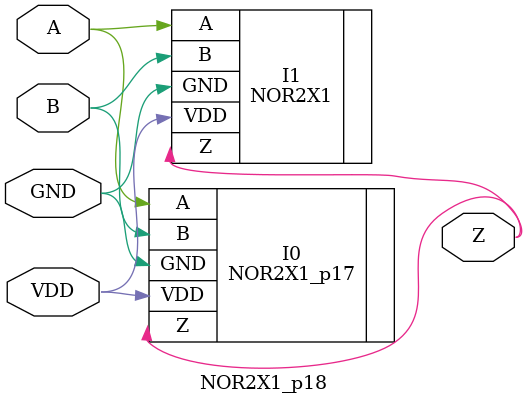
<source format=v>

module NOR2X1_p18 (
A,B,VDD,GND,Z );
input  A;
input  B;
input  VDD;
input  GND;
output  Z;
wire VDD;
wire Z;
wire A;
wire B;
wire GND;

NOR2X1_p17    
 I0  ( .VDD( VDD ), .Z( Z ), .A( A ), .B( B ), .GND( GND ) );

NOR2X1    
 I1  ( .VDD( VDD ), .Z( Z ), .A( A ), .B( B ), .GND( GND ) );

endmodule


</source>
